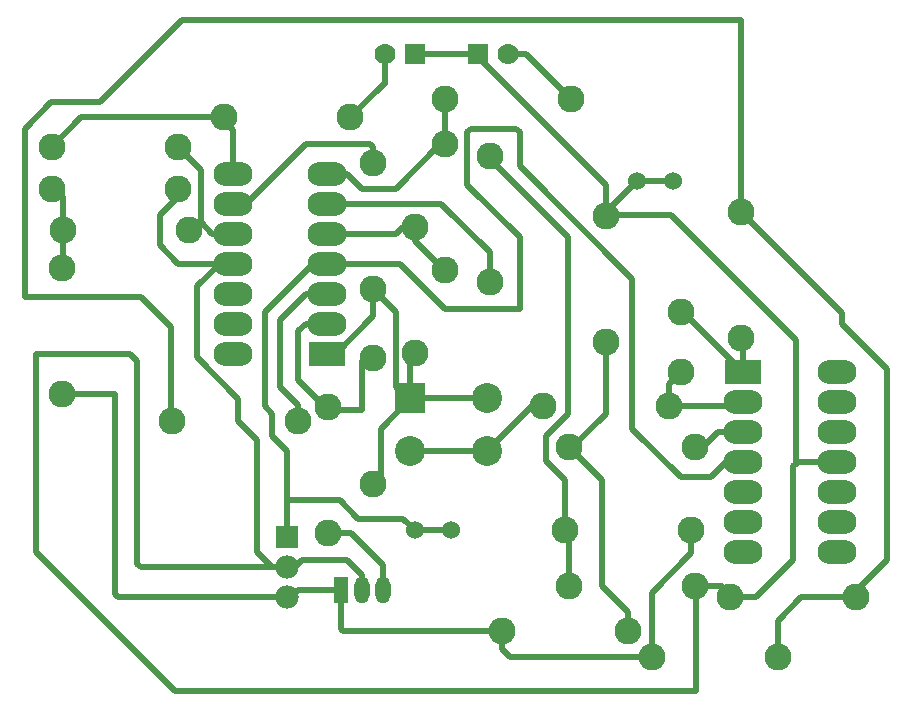
<source format=gbr>
G04 DipTrace 4.3.0.5*
G04 AtesBottom.gbr*
%MOIN*%
G04 #@! TF.FileFunction,Copper,L2,Bot*
G04 #@! TF.Part,Single*
G04 #@! TA.AperFunction,Conductor*
%ADD13C,0.02*%
G04 #@! TA.AperFunction,ComponentPad*
%ADD14C,0.09*%
%ADD15R,0.07X0.07*%
%ADD16C,0.07*%
%ADD17C,0.06*%
%ADD18R,0.050699X0.09*%
%ADD19O,0.050394X0.09*%
%ADD20R,0.1X0.1*%
%ADD21C,0.1*%
%ADD22R,0.077953X0.077953*%
%ADD23C,0.077953*%
%ADD24R,0.12X0.08*%
%ADD25O,0.13X0.08*%
%FSLAX26Y26*%
G04*
G70*
G90*
G75*
G01*
G04 Bottom*
%LPD*%
X93799Y175012D2*
G54D13*
X337488D1*
X487500Y25000D1*
X737500D1*
Y262500D1*
X562500Y437500D1*
Y612500D1*
X575000Y625000D1*
X725000D1*
X737500Y612500D1*
Y500000D1*
X1112500Y125000D1*
Y-375000D1*
X1275000Y-537500D1*
X1375000D1*
X1424996Y-487504D1*
X1481201D1*
X510000Y-712500D2*
X390000D1*
X387500D1*
X350000Y-675000D1*
X200000D1*
X137500Y-612500D1*
X-37500D1*
Y-737499D1*
X-37501Y-737500D1*
X-37500Y-612500D2*
Y-450000D1*
X-87500Y-400000D1*
Y-325000D1*
X-112500Y-300000D1*
Y12500D1*
X50012Y175012D1*
X93799D1*
X-37497Y-837500D2*
X-12500D1*
X12500Y-812500D1*
X162500D1*
X212500Y-862500D1*
Y-912500D1*
X-37497Y-837500D2*
X-87387D1*
X-525000D1*
X-537500Y-825000D1*
Y-150000D1*
X-562500Y-125000D1*
X-875000D1*
Y-787500D1*
X-412500Y-1250000D1*
X1325000D1*
Y-902500D1*
X1322500Y-900000D1*
X1412500D1*
Y-910006D1*
X1440000Y-937506D1*
X387500Y875000D2*
X600000D1*
Y862500D1*
X1024995Y437505D1*
Y335000D1*
Y347495D1*
X1127500Y450000D1*
X1247500D1*
X-402500Y425009D2*
Y397500D1*
X-462500Y337500D1*
Y237500D1*
X-399988Y174988D1*
X-218799D1*
X-262512D1*
X-337500Y100000D1*
Y-137500D1*
X-200000Y-275000D1*
Y-350000D1*
X-137500Y-412500D1*
Y-787387D1*
X-87387Y-837500D1*
X1440000Y-937506D2*
X1524994D1*
X1650000Y-812500D1*
Y-500000D1*
X1657629Y-492371D1*
X1662504Y-487496D1*
X1793799D1*
X1657629Y-492371D2*
Y-79871D1*
X1240257Y337500D1*
X1027495D1*
X1024995Y335000D1*
X-787496Y-260000D2*
X-612500D1*
Y-925000D1*
X-600000Y-937500D1*
X-37493D1*
X-25000D1*
X0Y-912500D1*
X142500D1*
Y-1042500D1*
X150008Y-1050008D1*
X677500D1*
Y-1110000D1*
X705000Y-1137500D1*
X1177491D1*
X1177500Y-1137509D1*
Y-922500D1*
X1310000Y-790000D1*
Y-712495D1*
X282500Y-912500D2*
Y-830000D1*
X175000Y-722500D1*
X100004D1*
X249988Y-140000D2*
X222500D1*
X212500Y-150000D1*
Y-312500D1*
X109996D1*
X99996Y-302500D1*
X90000D1*
X0Y-212500D1*
Y-50000D1*
X25012Y-24988D1*
X93815D1*
X1597500Y-1137491D2*
Y-1015000D1*
X1675006Y-937494D1*
X1860000D1*
Y-915000D1*
X1962500Y-812500D1*
Y-175000D1*
X1812500Y-25000D1*
Y9995D1*
X1474995Y347500D1*
Y987500D1*
X-387500D1*
X-662500Y712500D1*
X-825000D1*
X-912500Y625000D1*
Y62500D1*
X-525000D1*
X-425000Y-37500D1*
Y-347512D1*
X-422500Y-350012D1*
X628000Y-273900D2*
X372000D1*
Y-278000D1*
X275000Y-375000D1*
Y-535012D1*
X250012Y-560000D1*
X372000Y-273900D2*
Y-138007D1*
X387507Y-122500D1*
X372000Y-273900D2*
X361400D1*
X325000Y-237500D1*
Y15007D1*
X250007Y90000D1*
X93822Y-124988D2*
X125012D1*
X250007Y7D1*
Y90000D1*
X-2500Y-349988D2*
Y-297500D1*
X-62500Y-237500D1*
Y-12500D1*
X25012Y75012D1*
X93807D1*
X1275000Y12500D2*
X1281189D1*
X1481193Y-187504D1*
Y-78688D1*
X1475005Y-72500D1*
X1235000Y-299995D2*
X1468704D1*
X1481196Y-287504D1*
X1235000Y-299995D2*
Y-227500D1*
X1275000Y-187500D1*
X1322500Y-437500D2*
X1350000D1*
X1399996Y-387504D1*
X1481198D1*
X1097500Y-1049992D2*
Y-1002500D1*
X1100000Y-1000000D1*
Y-987500D1*
X1012500Y-900000D1*
Y-547500D1*
X902500Y-437500D1*
X912500D1*
X1025005Y-324995D1*
Y-85000D1*
X815000Y-300005D2*
X779095D1*
X628000Y-451100D1*
X372000D1*
X637500Y115000D2*
Y212500D1*
X475000Y375000D1*
X93796D1*
X93784Y375012D1*
X93791Y275012D2*
X324988D1*
X347476Y297500D1*
X387493D1*
Y250007D1*
X485000Y152500D1*
X487508D1*
X93776Y475012D2*
X162488D1*
X212500Y425000D1*
X325000D1*
X472500Y572500D1*
X487492D1*
Y722484D1*
X490000Y724992D1*
X-822500Y562491D2*
Y565000D1*
X-725005Y662495D1*
X-247500D1*
Y647500D1*
X-218822Y618822D1*
Y474988D1*
X-402500Y562509D2*
X-399991D1*
X-325000Y487518D1*
Y312500D1*
X-340005D1*
X-365000Y287505D1*
X-325000Y312500D2*
X-287488Y274988D1*
X-218807D1*
X249993Y510000D2*
Y562507D1*
X237500Y575000D1*
X25000D1*
X-175012Y374988D1*
X-218815D1*
X700000Y875000D2*
X760008D1*
X910000Y725008D1*
X287500Y875000D2*
Y775000D1*
X284995D1*
X172500Y662505D1*
X-822500Y424991D2*
X-812491D1*
X-785000Y397500D1*
Y287495D1*
Y162504D1*
X-787504Y160000D1*
X902500Y-900000D2*
Y-725005D1*
X890000Y-712505D1*
Y-547500D1*
X825000Y-482500D1*
Y-400000D1*
X900000Y-325000D1*
Y262500D1*
X637500Y525000D1*
Y535000D1*
G54D14*
X1275000Y12500D3*
Y-187500D3*
G54D15*
X600000Y875000D3*
G54D16*
X700000D3*
G54D15*
X387500D3*
G54D16*
X287500D3*
G54D17*
X510000Y-712500D3*
X390000D3*
X1247500Y450000D3*
X1127500D3*
G54D18*
X142500Y-912500D3*
G54D19*
X212500D3*
X282500D3*
G54D14*
X100004Y-722500D3*
X99996Y-302500D3*
X249988Y-140000D3*
X250012Y-560000D3*
X1177500Y-1137509D3*
X1597500Y-1137491D3*
X1440000Y-937506D3*
X1860000Y-937494D3*
X1474995Y347500D3*
X1475005Y-72500D3*
X1235000Y-299995D3*
X815000Y-300005D3*
X1024995Y335000D3*
X1025005Y-85000D3*
X1097500Y-1049992D3*
X677500Y-1050008D3*
X902500Y-437500D3*
X1322500D3*
X637500Y535000D3*
Y115000D3*
X250007Y90000D3*
X249993Y510000D3*
X387507Y-122500D3*
X387493Y297500D3*
X487492Y572500D3*
X487508Y152500D3*
X-365000Y287505D3*
X-785000Y287495D3*
X-822500Y562491D3*
X-402500Y562509D3*
X172500Y662505D3*
X-247500Y662495D3*
X910000Y725008D3*
X490000Y724992D3*
X-422500Y-350012D3*
X-2500Y-349988D3*
X-822500Y424991D3*
X-402500Y425009D3*
X-787496Y-260000D3*
X-787504Y160000D3*
X1310000Y-712495D3*
X890000Y-712505D3*
X902500Y-900000D3*
X1322500D3*
G54D20*
X372000Y-273900D3*
G54D21*
Y-451100D3*
X628000D3*
Y-273900D3*
G54D22*
X-37501Y-737500D3*
G54D23*
X-37497Y-837500D3*
X-37493Y-937500D3*
G54D24*
X93822Y-124988D3*
G54D25*
X93815Y-24988D3*
X93807Y75012D3*
X93799Y175012D3*
X93791Y275012D3*
X93784Y375012D3*
X93776Y475012D3*
X-218822Y474988D3*
X-218815Y374988D3*
X-218807Y274988D3*
X-218799Y174988D3*
X-218791Y74988D3*
X-218784Y-25012D3*
X-218776Y-125012D3*
G54D24*
X1481193Y-187504D3*
G54D25*
X1481196Y-287504D3*
X1481198Y-387504D3*
X1481201Y-487504D3*
X1481203Y-587504D3*
X1481206Y-687504D3*
X1481209Y-787504D3*
X1793807Y-787496D3*
X1793804Y-687496D3*
X1793802Y-587496D3*
X1793799Y-487496D3*
X1793797Y-387496D3*
X1793794Y-287496D3*
X1793791Y-187496D3*
M02*

</source>
